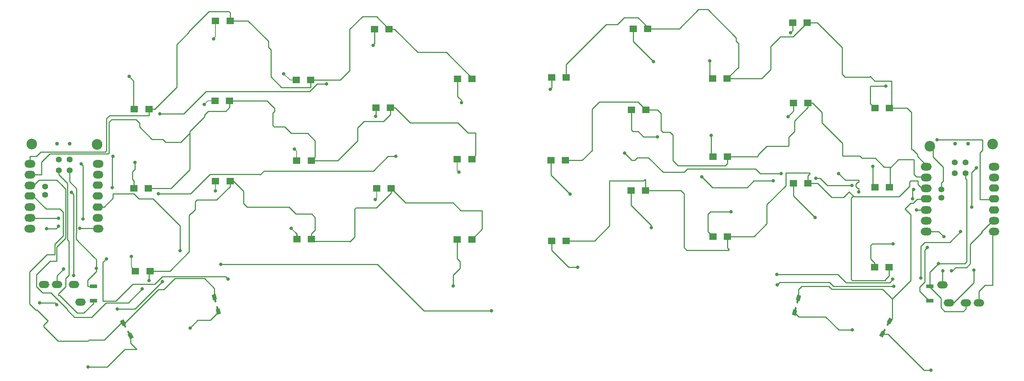
<source format=gtl>
G04 #@! TF.GenerationSoftware,KiCad,Pcbnew,(6.0.9)*
G04 #@! TF.CreationDate,2023-01-06T00:22:53-03:00*
G04 #@! TF.ProjectId,pulso - hybrid -rev2,70756c73-6f20-42d2-9068-796272696420,0.3*
G04 #@! TF.SameCoordinates,Original*
G04 #@! TF.FileFunction,Copper,L1,Top*
G04 #@! TF.FilePolarity,Positive*
%FSLAX46Y46*%
G04 Gerber Fmt 4.6, Leading zero omitted, Abs format (unit mm)*
G04 Created by KiCad (PCBNEW (6.0.9)) date 2023-01-06 00:22:53*
%MOMM*%
%LPD*%
G01*
G04 APERTURE LIST*
G04 Aperture macros list*
%AMFreePoly0*
4,1,13,0.650000,0.228200,1.094200,0.228200,1.129555,0.213555,1.144200,0.178200,1.144200,-0.177400,1.129555,-0.212755,1.094200,-0.227400,0.650000,-0.227400,0.650000,-0.475000,-0.650000,-0.475000,-0.650000,0.475000,0.650000,0.475000,0.650000,0.228200,0.650000,0.228200,$1*%
%AMFreePoly1*
4,1,13,0.650000,-0.475000,-0.650000,-0.475000,-0.650001,-0.228600,-1.094200,-0.228600,-1.129555,-0.213955,-1.144200,-0.178600,-1.144200,0.177000,-1.129555,0.212355,-1.094200,0.227000,-0.650001,0.227000,-0.650000,0.475000,0.650000,0.475000,0.650000,-0.475000,0.650000,-0.475000,$1*%
G04 Aperture macros list end*
G04 #@! TA.AperFunction,SMDPad,CuDef*
%ADD10R,1.800000X1.500000*%
G04 #@! TD*
G04 #@! TA.AperFunction,ComponentPad*
%ADD11C,2.500000*%
G04 #@! TD*
G04 #@! TA.AperFunction,ComponentPad*
%ADD12O,2.590000X1.790000*%
G04 #@! TD*
G04 #@! TA.AperFunction,ComponentPad*
%ADD13O,2.580000X1.820000*%
G04 #@! TD*
G04 #@! TA.AperFunction,ComponentPad*
%ADD14O,2.580000X1.810000*%
G04 #@! TD*
G04 #@! TA.AperFunction,ComponentPad*
%ADD15O,2.580000X1.750000*%
G04 #@! TD*
G04 #@! TA.AperFunction,ComponentPad*
%ADD16O,2.590000X1.780000*%
G04 #@! TD*
G04 #@! TA.AperFunction,ComponentPad*
%ADD17O,2.580000X1.800000*%
G04 #@! TD*
G04 #@! TA.AperFunction,ComponentPad*
%ADD18O,2.580000X1.830000*%
G04 #@! TD*
G04 #@! TA.AperFunction,ComponentPad*
%ADD19O,2.490000X1.800000*%
G04 #@! TD*
G04 #@! TA.AperFunction,ComponentPad*
%ADD20O,2.470000X1.810000*%
G04 #@! TD*
G04 #@! TA.AperFunction,ComponentPad*
%ADD21O,2.450000X1.770000*%
G04 #@! TD*
G04 #@! TA.AperFunction,ComponentPad*
%ADD22O,2.450000X1.730000*%
G04 #@! TD*
G04 #@! TA.AperFunction,ComponentPad*
%ADD23O,2.430000X1.750000*%
G04 #@! TD*
G04 #@! TA.AperFunction,ComponentPad*
%ADD24O,2.480000X1.800000*%
G04 #@! TD*
G04 #@! TA.AperFunction,ComponentPad*
%ADD25O,2.490000X1.850000*%
G04 #@! TD*
G04 #@! TA.AperFunction,ComponentPad*
%ADD26C,1.397000*%
G04 #@! TD*
G04 #@! TA.AperFunction,SMDPad,CuDef*
%ADD27R,1.700000X0.900000*%
G04 #@! TD*
G04 #@! TA.AperFunction,ComponentPad*
%ADD28O,2.500000X1.700000*%
G04 #@! TD*
G04 #@! TA.AperFunction,ComponentPad*
%ADD29C,0.457200*%
G04 #@! TD*
G04 #@! TA.AperFunction,SMDPad,CuDef*
%ADD30FreePoly0,240.000000*%
G04 #@! TD*
G04 #@! TA.AperFunction,SMDPad,CuDef*
%ADD31FreePoly1,240.000000*%
G04 #@! TD*
G04 #@! TA.AperFunction,SMDPad,CuDef*
%ADD32FreePoly0,285.000000*%
G04 #@! TD*
G04 #@! TA.AperFunction,SMDPad,CuDef*
%ADD33FreePoly1,285.000000*%
G04 #@! TD*
G04 #@! TA.AperFunction,SMDPad,CuDef*
%ADD34FreePoly0,255.000000*%
G04 #@! TD*
G04 #@! TA.AperFunction,SMDPad,CuDef*
%ADD35FreePoly1,255.000000*%
G04 #@! TD*
G04 #@! TA.AperFunction,SMDPad,CuDef*
%ADD36FreePoly0,300.000000*%
G04 #@! TD*
G04 #@! TA.AperFunction,SMDPad,CuDef*
%ADD37FreePoly1,300.000000*%
G04 #@! TD*
G04 #@! TA.AperFunction,WasherPad*
%ADD38C,0.900000*%
G04 #@! TD*
G04 #@! TA.AperFunction,ViaPad*
%ADD39C,0.800000*%
G04 #@! TD*
G04 #@! TA.AperFunction,Conductor*
%ADD40C,0.250000*%
G04 #@! TD*
G04 #@! TA.AperFunction,Conductor*
%ADD41C,0.200000*%
G04 #@! TD*
G04 APERTURE END LIST*
D10*
X65575000Y-89725000D03*
X62175000Y-89725000D03*
X220350000Y-69675000D03*
X216950000Y-69675000D03*
D11*
X53500000Y-79400000D03*
D10*
X103825000Y-101675000D03*
X100425000Y-101675000D03*
D12*
X248060000Y-84625000D03*
D13*
X248065000Y-87180000D03*
D14*
X248065000Y-89715000D03*
D15*
X248065000Y-92225000D03*
D16*
X248060000Y-94780000D03*
D17*
X248065000Y-97330000D03*
D18*
X248065000Y-99885000D03*
D19*
X264040000Y-99870000D03*
D20*
X264030000Y-97335000D03*
D21*
X264020000Y-94775000D03*
D22*
X264020000Y-92215000D03*
D23*
X264010000Y-89685000D03*
D24*
X264035000Y-87170000D03*
D25*
X264040000Y-84655000D03*
D26*
X254805000Y-83678000D03*
X257345000Y-83678000D03*
X254805000Y-86218000D03*
X257345000Y-86218000D03*
X251630000Y-91933000D03*
X251630000Y-90028000D03*
D10*
X122375000Y-70775000D03*
X118975000Y-70775000D03*
X65675000Y-71100000D03*
X62275000Y-71100000D03*
X239425000Y-70850000D03*
X236025000Y-70850000D03*
X103775000Y-83225000D03*
X100375000Y-83225000D03*
D27*
X52631000Y-112783000D03*
X52631000Y-116183000D03*
D10*
X182325000Y-71275000D03*
X178925000Y-71275000D03*
X201425000Y-82325000D03*
X198025000Y-82325000D03*
D28*
X49600000Y-116525000D03*
X41100000Y-112325000D03*
X44100000Y-112325000D03*
X48100000Y-112325000D03*
D10*
X220325000Y-88550000D03*
X216925000Y-88550000D03*
D29*
X239011972Y-121866108D03*
D30*
X239562172Y-120913134D03*
D31*
X237787172Y-123987524D03*
D29*
X238337026Y-123034350D03*
D10*
X65925000Y-109200000D03*
X62525000Y-109200000D03*
D28*
X251925000Y-112450000D03*
X260425000Y-116650000D03*
X257425000Y-116650000D03*
X253425000Y-116650000D03*
D32*
X81040596Y-115285482D03*
D29*
X81325401Y-116348386D03*
D33*
X81959404Y-118714518D03*
D29*
X81674213Y-117651717D03*
D10*
X141450000Y-82850000D03*
X138050000Y-82850000D03*
D11*
X38225000Y-79350000D03*
D10*
X122525000Y-89725000D03*
X119125000Y-89725000D03*
X141525000Y-63975000D03*
X138125000Y-63975000D03*
X182250000Y-90275000D03*
X178850000Y-90275000D03*
D27*
X248916000Y-112783000D03*
X248916000Y-116183000D03*
D29*
X217818697Y-116554289D03*
D34*
X218103502Y-115491385D03*
D35*
X217184694Y-118920421D03*
D29*
X217469112Y-117857413D03*
D10*
X201375000Y-63900000D03*
X197975000Y-63900000D03*
X201450000Y-101100000D03*
X198050000Y-101100000D03*
X141450000Y-101775000D03*
X138050000Y-101775000D03*
X163600000Y-63675000D03*
X160200000Y-63675000D03*
D29*
X60162700Y-122290779D03*
D36*
X59612500Y-121337805D03*
D37*
X61387500Y-124412195D03*
D29*
X60836954Y-123459421D03*
D11*
X263700000Y-79325000D03*
D10*
X182725000Y-52225000D03*
X179325000Y-52225000D03*
X239425000Y-89450000D03*
X236025000Y-89450000D03*
X239400000Y-108300000D03*
X236000000Y-108300000D03*
D11*
X248925000Y-79800000D03*
D10*
X163400000Y-83175000D03*
X160000000Y-83175000D03*
X103625000Y-64250000D03*
X100225000Y-64250000D03*
X84725000Y-88025000D03*
X81325000Y-88025000D03*
X220175000Y-50775000D03*
X216775000Y-50775000D03*
X84725000Y-50325000D03*
X81325000Y-50325000D03*
X122025000Y-52275000D03*
X118625000Y-52275000D03*
D12*
X37760000Y-83949907D03*
D13*
X37765000Y-86504907D03*
D14*
X37765000Y-89039907D03*
D15*
X37765000Y-91549907D03*
D16*
X37760000Y-94104907D03*
D17*
X37765000Y-96654907D03*
D18*
X37765000Y-99209907D03*
D19*
X53740000Y-99194907D03*
D20*
X53730000Y-96659907D03*
D21*
X53720000Y-94099907D03*
D22*
X53720000Y-91539907D03*
D23*
X53710000Y-89009907D03*
D24*
X53735000Y-86494907D03*
D25*
X53740000Y-83979907D03*
D26*
X44505000Y-83002907D03*
X47045000Y-83002907D03*
X44505000Y-85542907D03*
X47045000Y-85542907D03*
X41330000Y-91257907D03*
X41330000Y-89352907D03*
D10*
X163600000Y-102075000D03*
X160200000Y-102075000D03*
X84625000Y-69200000D03*
X81225000Y-69200000D03*
D38*
X254875000Y-79280000D03*
X257875000Y-79230000D03*
X44100000Y-79275000D03*
X47100000Y-79225000D03*
D39*
X159900000Y-66450000D03*
X184050000Y-59950000D03*
X197300000Y-59775000D03*
X216250000Y-53125000D03*
X238575000Y-65675000D03*
X164487500Y-91112500D03*
X185037500Y-77587500D03*
X197625000Y-77275000D03*
X215625000Y-72875000D03*
X235575000Y-84550000D03*
X166275000Y-108300000D03*
X183575000Y-98975000D03*
X202320000Y-95220000D03*
X221975000Y-96575000D03*
X240300000Y-102775000D03*
X230700000Y-123050000D03*
X249149324Y-132499324D03*
X139000000Y-69600000D03*
X118250000Y-56100000D03*
X97325000Y-62800000D03*
X80875000Y-54575000D03*
X61025000Y-63425000D03*
X138400000Y-85900000D03*
X118850000Y-72800000D03*
X99850000Y-80475000D03*
X78650000Y-70025000D03*
X62400000Y-83675000D03*
X65675000Y-111375000D03*
X64125000Y-113400000D03*
X137125000Y-112650000D03*
X118825000Y-92325000D03*
X99100000Y-99150000D03*
X81250000Y-90300000D03*
X61525000Y-105700000D03*
X75350000Y-122575000D03*
X51425000Y-131700000D03*
X259850000Y-84900000D03*
X213125000Y-112425000D03*
X240425000Y-112800000D03*
X258750000Y-94175000D03*
X246800000Y-110825000D03*
X256125000Y-99925000D03*
X55700000Y-106325000D03*
X49825000Y-84000000D03*
X50200000Y-96900000D03*
X84225000Y-111050000D03*
X248325000Y-103600000D03*
X240225000Y-111050000D03*
X250925000Y-107450000D03*
X213000000Y-109975000D03*
X245125000Y-89975000D03*
X245800000Y-94825000D03*
X244842563Y-92151904D03*
X214075000Y-86250000D03*
X232250000Y-90625000D03*
X227550000Y-86225000D03*
X177300000Y-81425000D03*
X212225000Y-88000000D03*
X222150000Y-87349500D03*
X230600000Y-89025000D03*
X195450000Y-87050000D03*
X250650000Y-78300000D03*
X254025000Y-109150000D03*
X146075000Y-118525000D03*
X58250000Y-118100000D03*
X82550000Y-107600000D03*
X68825000Y-111650000D03*
X67925000Y-91000000D03*
X123615000Y-82240000D03*
X44500000Y-96750000D03*
X57100000Y-89550000D03*
X57225000Y-82200000D03*
X68275000Y-72250000D03*
X107405000Y-65180000D03*
X73000000Y-104400000D03*
X259250000Y-108950000D03*
X252000000Y-109100000D03*
X252225000Y-101100000D03*
X44500000Y-98650000D03*
X49475000Y-99125000D03*
X41700000Y-99225000D03*
X44075000Y-117075000D03*
X40075000Y-116700000D03*
X47525000Y-90700000D03*
X48025000Y-110250000D03*
X53325000Y-108525000D03*
X45650000Y-108725000D03*
D40*
X239425000Y-70850000D02*
X243600000Y-70850000D01*
X163600000Y-60575000D02*
X172950000Y-51225000D01*
X204025000Y-61250000D02*
X201375000Y-63900000D01*
X182725000Y-52225000D02*
X190150000Y-52225000D01*
X182725000Y-51825000D02*
X182725000Y-52225000D01*
X213850000Y-54125000D02*
X216825000Y-54125000D01*
X234925000Y-63425000D02*
X236000000Y-64500000D01*
X220175000Y-50775000D02*
X222500000Y-50775000D01*
X209500000Y-63900000D02*
X211600000Y-61800000D01*
X204025000Y-55678686D02*
X204025000Y-61250000D01*
X244625000Y-80600000D02*
X244850000Y-80600000D01*
X201375000Y-63900000D02*
X209500000Y-63900000D01*
X211600000Y-61800000D02*
X211600000Y-56375000D01*
X163600000Y-63675000D02*
X163600000Y-60575000D01*
X236000000Y-64500000D02*
X239925000Y-64500000D01*
X203479099Y-55132785D02*
X204025000Y-55678686D01*
X243600000Y-70850000D02*
X244625000Y-71875000D01*
X203479099Y-54304099D02*
X203479099Y-55132785D01*
X180475000Y-49575000D02*
X182725000Y-51825000D01*
X222500000Y-50775000D02*
X228375000Y-56650000D01*
X228375000Y-56650000D02*
X228375000Y-62875000D01*
X175575000Y-51225000D02*
X177225000Y-49575000D01*
X239925000Y-64500000D02*
X239925000Y-70350000D01*
X229057999Y-63557999D02*
X234792001Y-63557999D01*
X239925000Y-70350000D02*
X239425000Y-70850000D01*
X194700000Y-47675000D02*
X196850000Y-47675000D01*
X190150000Y-52225000D02*
X194700000Y-47675000D01*
X211600000Y-56375000D02*
X213850000Y-54125000D01*
X234792001Y-63557999D02*
X234925000Y-63425000D01*
X244625000Y-71875000D02*
X244625000Y-80600000D01*
X216825000Y-54125000D02*
X220175000Y-50775000D01*
X172950000Y-51225000D02*
X175575000Y-51225000D01*
X244850000Y-80600000D02*
X246050000Y-81800000D01*
X196850000Y-47675000D02*
X203479099Y-54304099D01*
X177225000Y-49575000D02*
X180475000Y-49575000D01*
X228375000Y-62875000D02*
X229057999Y-63557999D01*
X248650000Y-84825000D02*
X248455000Y-84630000D01*
X246050000Y-82225000D02*
X248455000Y-84630000D01*
X246050000Y-81800000D02*
X246050000Y-82225000D01*
X160200000Y-66150000D02*
X160200000Y-63675000D01*
X159900000Y-66450000D02*
X160200000Y-66150000D01*
X179325000Y-55225000D02*
X184050000Y-59950000D01*
X179325000Y-52225000D02*
X179325000Y-55225000D01*
X197300000Y-63225000D02*
X197975000Y-63900000D01*
X197300000Y-59775000D02*
X197300000Y-63225000D01*
X216250000Y-53125000D02*
X216775000Y-52600000D01*
X216775000Y-52600000D02*
X216775000Y-50775000D01*
X235075000Y-65675000D02*
X238575000Y-65675000D01*
X235000000Y-65750000D02*
X235075000Y-65675000D01*
X236025000Y-70850000D02*
X235000000Y-69825000D01*
X235000000Y-69825000D02*
X235000000Y-65750000D01*
X233000000Y-82600000D02*
X232475000Y-82075000D01*
X188000000Y-76550000D02*
X186250000Y-76550000D01*
X232475000Y-82075000D02*
X228550000Y-82075000D01*
X215850000Y-79675000D02*
X215700000Y-79825000D01*
X185825000Y-72100000D02*
X185000000Y-71275000D01*
X186250000Y-76550000D02*
X185825000Y-76125000D01*
X228550000Y-82075000D02*
X228475000Y-82150000D01*
X188650000Y-83200000D02*
X188650000Y-77200000D01*
X182325000Y-71275000D02*
X180475000Y-69425000D01*
X236113241Y-82600000D02*
X233000000Y-82600000D01*
X238213241Y-84700000D02*
X236113241Y-82600000D01*
X210625000Y-79825000D02*
X208600000Y-81850000D01*
X188650000Y-77200000D02*
X188000000Y-76550000D01*
X189850000Y-84400000D02*
X188650000Y-83200000D01*
X201425000Y-83875000D02*
X200900000Y-84400000D01*
X185000000Y-71275000D02*
X182325000Y-71275000D01*
X215700000Y-79825000D02*
X210625000Y-79825000D01*
X201425000Y-82325000D02*
X201425000Y-83875000D01*
X217150000Y-73925000D02*
X217150000Y-76391241D01*
X220350000Y-69675000D02*
X220350000Y-70725000D01*
X223625000Y-74300000D02*
X223625000Y-71900000D01*
X167325000Y-83175000D02*
X163400000Y-83175000D01*
X208600000Y-81850000D02*
X208600000Y-82150000D01*
X169650000Y-80650000D02*
X169750000Y-80750000D01*
X228475000Y-82150000D02*
X228475000Y-79150000D01*
X245225000Y-86475000D02*
X245225000Y-83000000D01*
X217150000Y-76391241D02*
X215850000Y-77691241D01*
X180475000Y-69425000D02*
X171375000Y-69425000D01*
X215850000Y-77691241D02*
X215850000Y-79675000D01*
X220350000Y-70725000D02*
X217150000Y-73925000D01*
X245775000Y-87025000D02*
X245225000Y-86475000D01*
X248455000Y-87170000D02*
X248310000Y-87025000D01*
X169750000Y-80750000D02*
X167325000Y-83175000D01*
X223625000Y-71900000D02*
X221400000Y-69675000D01*
X185825000Y-76125000D02*
X185825000Y-72100000D01*
X239600000Y-84700000D02*
X238213241Y-84700000D01*
X239600000Y-85000000D02*
X239600000Y-84700000D01*
X248310000Y-87025000D02*
X245775000Y-87025000D01*
X169650000Y-71150000D02*
X169650000Y-80650000D01*
X239600000Y-89275000D02*
X239600000Y-85000000D01*
X171375000Y-69425000D02*
X169650000Y-71150000D01*
X239425000Y-89450000D02*
X239600000Y-89275000D01*
X245225000Y-83000000D02*
X241600000Y-83000000D01*
X241600000Y-83000000D02*
X239600000Y-85000000D01*
X208600000Y-82150000D02*
X208425000Y-82325000D01*
X221400000Y-69675000D02*
X220350000Y-69675000D01*
X228475000Y-79150000D02*
X223625000Y-74300000D01*
X200900000Y-84400000D02*
X189850000Y-84400000D01*
X208425000Y-82325000D02*
X201425000Y-82325000D01*
X160000000Y-86625000D02*
X164487500Y-91112500D01*
X160000000Y-83175000D02*
X160000000Y-86625000D01*
X179275000Y-76400000D02*
X180498759Y-76400000D01*
X178925000Y-71275000D02*
X178925000Y-76050000D01*
X178925000Y-76050000D02*
X179275000Y-76400000D01*
X181686259Y-77587500D02*
X185037500Y-77587500D01*
X180498759Y-76400000D02*
X181686259Y-77587500D01*
X197625000Y-81925000D02*
X197625000Y-77275000D01*
X198025000Y-82325000D02*
X197625000Y-81925000D01*
X216950000Y-71550000D02*
X215625000Y-72875000D01*
X216950000Y-69675000D02*
X216950000Y-71550000D01*
X235575000Y-89000000D02*
X235575000Y-84550000D01*
X236025000Y-89450000D02*
X235575000Y-89000000D01*
X222600000Y-88550000D02*
X225925000Y-91875000D01*
X201450000Y-103675000D02*
X201450000Y-101100000D01*
X190500000Y-90275000D02*
X191250000Y-91025000D01*
X247060000Y-89710000D02*
X246175000Y-88825000D01*
X231125000Y-91700000D02*
X229987500Y-90562500D01*
X207675000Y-101100000D02*
X210700000Y-98075000D01*
X248455000Y-89710000D02*
X247060000Y-89710000D01*
X215125000Y-89125000D02*
X215125000Y-86125000D01*
X229987500Y-90562500D02*
X230950000Y-91525000D01*
X230775000Y-111450000D02*
X238550000Y-111450000D01*
X225925000Y-91875000D02*
X228675000Y-91875000D01*
X182100000Y-87600000D02*
X182250000Y-87750000D01*
X246175000Y-87925000D02*
X244475000Y-87925000D01*
X230950000Y-91525000D02*
X230450000Y-92025000D01*
X191900000Y-104275000D02*
X201700000Y-104275000D01*
X239400000Y-110300000D02*
X239400000Y-108300000D01*
X163600000Y-102075000D02*
X170250000Y-102075000D01*
X181775000Y-87925000D02*
X182100000Y-87600000D01*
X220325000Y-88550000D02*
X222600000Y-88550000D01*
X201700000Y-104275000D02*
X201875000Y-104100000D01*
X182250000Y-87750000D02*
X182250000Y-90275000D01*
X244200000Y-89200000D02*
X241700000Y-91700000D01*
X191250000Y-103625000D02*
X191900000Y-104275000D01*
X173775000Y-87925000D02*
X181775000Y-87925000D01*
X220325000Y-86800000D02*
X220325000Y-88550000D01*
X220650000Y-86125000D02*
X220825000Y-86300000D01*
X173775000Y-98550000D02*
X173775000Y-87925000D01*
X220825000Y-86300000D02*
X220325000Y-86800000D01*
X230450000Y-111125000D02*
X230775000Y-111450000D01*
X201450000Y-101100000D02*
X207675000Y-101100000D01*
X228675000Y-91875000D02*
X229987500Y-90562500D01*
X238550000Y-111450000D02*
X238550000Y-111150000D01*
X210700000Y-98075000D02*
X210700000Y-93550000D01*
X201875000Y-104100000D02*
X201450000Y-103675000D01*
X238550000Y-111150000D02*
X239400000Y-110300000D01*
X191250000Y-91025000D02*
X191250000Y-103625000D01*
X241700000Y-91700000D02*
X231125000Y-91700000D01*
X210700000Y-93550000D02*
X215125000Y-89125000D01*
X246175000Y-88825000D02*
X246175000Y-87925000D01*
X230450000Y-92025000D02*
X230450000Y-111125000D01*
X215125000Y-86125000D02*
X220650000Y-86125000D01*
X182250000Y-90275000D02*
X190500000Y-90275000D01*
X244475000Y-87925000D02*
X244200000Y-88200000D01*
X170250000Y-102075000D02*
X173775000Y-98550000D01*
X244200000Y-88200000D02*
X244200000Y-89200000D01*
X160200000Y-104331652D02*
X160200000Y-102075000D01*
X164168348Y-108300000D02*
X160200000Y-104331652D01*
X166275000Y-108300000D02*
X164168348Y-108300000D01*
X178850000Y-93751241D02*
X183575000Y-98476241D01*
X183575000Y-98476241D02*
X183575000Y-98975000D01*
X178850000Y-90275000D02*
X178850000Y-93751241D01*
X196875000Y-95800000D02*
X197455000Y-95220000D01*
X196875000Y-99925000D02*
X196875000Y-95800000D01*
X198050000Y-101100000D02*
X196875000Y-99925000D01*
X197455000Y-95220000D02*
X202320000Y-95220000D01*
X216925000Y-91525000D02*
X221975000Y-96575000D01*
X216925000Y-88550000D02*
X216925000Y-91525000D01*
X235075000Y-106325000D02*
X235075000Y-103150000D01*
X235450000Y-102775000D02*
X240300000Y-102775000D01*
X236000000Y-107250000D02*
X235075000Y-106325000D01*
X236000000Y-108300000D02*
X236000000Y-107250000D01*
X235075000Y-103150000D02*
X235450000Y-102775000D01*
X246000000Y-92250000D02*
X245025000Y-93225000D01*
X248455000Y-92250000D02*
X246000000Y-92250000D01*
X244450000Y-93225000D02*
X245025000Y-93225000D01*
X225225000Y-112775000D02*
X225875000Y-113425000D01*
X243075000Y-94600000D02*
X244450000Y-93225000D01*
X225875000Y-113425000D02*
X237825000Y-113425000D01*
X240100000Y-120375306D02*
X239562172Y-120913134D01*
X218103502Y-115491385D02*
X218103502Y-113521498D01*
X218850000Y-112775000D02*
X225225000Y-112775000D01*
X240100000Y-115700000D02*
X240100000Y-120375306D01*
X218103502Y-113521498D02*
X218850000Y-112775000D01*
X244430001Y-95955001D02*
X243075000Y-94600000D01*
X244430001Y-111369999D02*
X244430001Y-95955001D01*
X237825000Y-113425000D02*
X240100000Y-115700000D01*
X240100000Y-115700000D02*
X244430001Y-111369999D01*
X218188373Y-119924100D02*
X224454517Y-119924100D01*
X227580417Y-123050000D02*
X230700000Y-123050000D01*
X217184694Y-118920421D02*
X218188373Y-119924100D01*
X224454517Y-119924100D02*
X227580417Y-123050000D01*
X237787172Y-123987524D02*
X239100755Y-123987524D01*
X247612555Y-132499324D02*
X249149324Y-132499324D01*
X239100755Y-123987524D02*
X247612555Y-132499324D01*
X79750000Y-48150000D02*
X75012500Y-52887500D01*
X84425000Y-48150000D02*
X79750000Y-48150000D01*
X39875000Y-81625000D02*
X40325000Y-81175000D01*
X84725000Y-50325000D02*
X88900000Y-50325000D01*
X75012500Y-53112500D02*
X72200000Y-55925000D01*
X112800000Y-62075000D02*
X112800000Y-52350000D01*
X65675000Y-72625000D02*
X65675000Y-71100000D01*
X141525000Y-63975000D02*
X141525000Y-63825000D01*
X84725000Y-48450000D02*
X84425000Y-48150000D01*
X37800000Y-83599907D02*
X38155000Y-83954907D01*
X88900000Y-50325000D02*
X93300000Y-54725000D01*
X141525000Y-63825000D02*
X135450000Y-57750000D01*
X55750000Y-80850000D02*
X55750000Y-73350000D01*
X94300000Y-63525000D02*
X96775000Y-66000000D01*
X123325000Y-52275000D02*
X122025000Y-52275000D01*
X103575000Y-66000000D02*
X103625000Y-66050000D01*
X55425000Y-81175000D02*
X55750000Y-80850000D01*
X39875000Y-81625000D02*
X39300000Y-82200000D01*
X84725000Y-50325000D02*
X84725000Y-48450000D01*
X93300000Y-54725000D02*
X93700000Y-55125000D01*
X55750000Y-73350000D02*
X56475000Y-72625000D01*
X67050000Y-71100000D02*
X65675000Y-71100000D01*
X103625000Y-66050000D02*
X103625000Y-64250000D01*
X112800000Y-52350000D02*
X115800000Y-49350000D01*
X128800000Y-57750000D02*
X123325000Y-52275000D01*
X72200000Y-55925000D02*
X72200000Y-65950000D01*
X103625000Y-64250000D02*
X110625000Y-64250000D01*
X40167453Y-81332547D02*
X39875000Y-81625000D01*
X40325000Y-81175000D02*
X53025000Y-81175000D01*
X53050000Y-81150000D02*
X53075000Y-81175000D01*
X119100000Y-49350000D02*
X122025000Y-52275000D01*
X115800000Y-49350000D02*
X119100000Y-49350000D01*
X94300000Y-57150000D02*
X94300000Y-63525000D01*
X110625000Y-64250000D02*
X112800000Y-62075000D01*
X93700000Y-56550000D02*
X94300000Y-57150000D01*
X39300000Y-82200000D02*
X37800000Y-82200000D01*
X72200000Y-65950000D02*
X67050000Y-71100000D01*
X135450000Y-57750000D02*
X128800000Y-57750000D01*
X53025000Y-81175000D02*
X53050000Y-81150000D01*
X56475000Y-72625000D02*
X65675000Y-72625000D01*
X75012500Y-52887500D02*
X75012500Y-53112500D01*
X53075000Y-81175000D02*
X55425000Y-81175000D01*
X37800000Y-82200000D02*
X37800000Y-83599907D01*
X96775000Y-66000000D02*
X103575000Y-66000000D01*
X93700000Y-55125000D02*
X93700000Y-56550000D01*
X138125000Y-68150000D02*
X138350000Y-68375000D01*
X139000000Y-69025000D02*
X139000000Y-69600000D01*
X138350000Y-68375000D02*
X139000000Y-69025000D01*
X138125000Y-63975000D02*
X138125000Y-68150000D01*
X118625000Y-52275000D02*
X118625000Y-55725000D01*
X118625000Y-55725000D02*
X118250000Y-56100000D01*
D41*
X97325000Y-62800000D02*
X98775000Y-64250000D01*
X98775000Y-64250000D02*
X100225000Y-64250000D01*
X80875000Y-54575000D02*
X81325000Y-54125000D01*
X81325000Y-54125000D02*
X81325000Y-50325000D01*
D40*
X62064999Y-70889999D02*
X62064999Y-64464999D01*
X62275000Y-71100000D02*
X62064999Y-70889999D01*
X62064999Y-64464999D02*
X61025000Y-63425000D01*
X40500000Y-83525000D02*
X40500000Y-86525000D01*
X75250000Y-76825000D02*
X75250000Y-76400000D01*
X42400000Y-81625000D02*
X41412500Y-82612500D01*
X94750000Y-74975000D02*
X95075000Y-75300000D01*
X62675000Y-73575000D02*
X63475000Y-74375000D01*
X104650000Y-78550000D02*
X104650000Y-82350000D01*
X114675000Y-75500000D02*
X116175000Y-74000000D01*
X95075000Y-75300000D02*
X97546652Y-75300000D01*
X95175000Y-70950000D02*
X95175000Y-71600000D01*
X65575000Y-89725000D02*
X70850000Y-89725000D01*
X63475000Y-74375000D02*
X63475000Y-75299652D01*
X95175000Y-71600000D02*
X94750000Y-72025000D01*
X110025000Y-83225000D02*
X114675000Y-78575000D01*
X116175000Y-74000000D02*
X120775000Y-74000000D01*
X79600000Y-71600000D02*
X83750000Y-71600000D01*
X40500000Y-86525000D02*
X38185093Y-86525000D01*
X97546652Y-75300000D02*
X99071652Y-76825000D01*
X56275000Y-81425000D02*
X56275000Y-81500000D01*
X94750000Y-72025000D02*
X94750000Y-74975000D01*
X114675000Y-78575000D02*
X114675000Y-75500000D01*
X75250000Y-76400000D02*
X78725000Y-72925000D01*
X83750000Y-71600000D02*
X84625000Y-70725000D01*
X56275000Y-81425000D02*
X56275000Y-74225000D01*
X68949826Y-78249826D02*
X69600000Y-78900000D01*
X56150000Y-81625000D02*
X42400000Y-81625000D01*
X126975000Y-74325000D02*
X138161241Y-74325000D01*
X122375000Y-72400000D02*
X122375000Y-70775000D01*
X103775000Y-83225000D02*
X110025000Y-83225000D01*
X56275000Y-74225000D02*
X56925000Y-73575000D01*
X69600000Y-78900000D02*
X73175000Y-78900000D01*
X56275000Y-80500000D02*
X56275000Y-81425000D01*
X63475000Y-75299652D02*
X66425174Y-78249826D01*
X56925000Y-73575000D02*
X62675000Y-73575000D01*
X123425000Y-70775000D02*
X126975000Y-74325000D01*
X41412500Y-82612500D02*
X40925000Y-83100000D01*
X84625000Y-69200000D02*
X93425000Y-69200000D01*
X138161241Y-74325000D02*
X140536241Y-76700000D01*
X84625000Y-70725000D02*
X84625000Y-69200000D01*
X102925000Y-76825000D02*
X104650000Y-78550000D01*
X75250000Y-85325000D02*
X75250000Y-76825000D01*
X78725000Y-72925000D02*
X78725000Y-72475000D01*
X41412500Y-82612500D02*
X40500000Y-83525000D01*
X122375000Y-70775000D02*
X123425000Y-70775000D01*
X73175000Y-78900000D02*
X75250000Y-76825000D01*
X140536241Y-76700000D02*
X142325000Y-76700000D01*
X78725000Y-72475000D02*
X79600000Y-71600000D01*
X38185093Y-86525000D02*
X38155000Y-86494907D01*
X120775000Y-74000000D02*
X122375000Y-72400000D01*
X93425000Y-69200000D02*
X95175000Y-70950000D01*
X142325000Y-76700000D02*
X142325000Y-81975000D01*
X142325000Y-81975000D02*
X141450000Y-82850000D01*
X70850000Y-89725000D02*
X75250000Y-85325000D01*
X99071652Y-76825000D02*
X102925000Y-76825000D01*
X66425174Y-78249826D02*
X68949826Y-78249826D01*
X56275000Y-81500000D02*
X56150000Y-81625000D01*
X104650000Y-82350000D02*
X103775000Y-83225000D01*
D41*
X138050000Y-85550000D02*
X138050000Y-82850000D01*
X138400000Y-85900000D02*
X138050000Y-85550000D01*
D40*
X118975000Y-72675000D02*
X118850000Y-72800000D01*
X118975000Y-70775000D02*
X118975000Y-72675000D01*
D41*
X99850000Y-80475000D02*
X100375000Y-81000000D01*
X100375000Y-81000000D02*
X100375000Y-83225000D01*
X79475000Y-69200000D02*
X81225000Y-69200000D01*
X78650000Y-70025000D02*
X79475000Y-69200000D01*
D40*
X61850000Y-85825000D02*
X62400000Y-85275000D01*
X61850000Y-87650000D02*
X61850000Y-85825000D01*
X62175000Y-89725000D02*
X62175000Y-87975000D01*
X62400000Y-85275000D02*
X62400000Y-83675000D01*
X62175000Y-87975000D02*
X61850000Y-87650000D01*
X76575000Y-92850000D02*
X76575000Y-94750000D01*
X138850000Y-94950000D02*
X137050000Y-93150000D01*
X39300000Y-112850000D02*
X39300000Y-110050000D01*
X70600000Y-109200000D02*
X65925000Y-109200000D01*
X52250000Y-120050000D02*
X48225000Y-120050000D01*
X64125000Y-113400000D02*
X60875000Y-116650000D01*
X46125000Y-101460000D02*
X46125000Y-89900000D01*
X98550000Y-94100000D02*
X88725000Y-94100000D01*
X38155000Y-89034907D02*
X38590093Y-89034907D01*
X112850000Y-102300000D02*
X112700000Y-102150000D01*
X45150000Y-88925000D02*
X45350000Y-89125000D01*
X45350000Y-89075000D02*
X45350000Y-89125000D01*
X55650000Y-116650000D02*
X52250000Y-120050000D01*
X143900000Y-94950000D02*
X138850000Y-94950000D01*
X103825000Y-100425000D02*
X104700000Y-99550000D01*
X114000000Y-101150000D02*
X112850000Y-102300000D01*
X75600000Y-95600000D02*
X75125000Y-96075000D01*
X103875000Y-95750000D02*
X100200000Y-95750000D01*
X39300000Y-110050000D02*
X42520000Y-106830000D01*
X45175000Y-88900000D02*
X45150000Y-88925000D01*
X44050000Y-87775000D02*
X45350000Y-89075000D01*
X44055000Y-106830000D02*
X44055000Y-103530000D01*
X60875000Y-116650000D02*
X55650000Y-116650000D01*
X65675000Y-111375000D02*
X65675000Y-109450000D01*
X103825000Y-101675000D02*
X103825000Y-100425000D01*
X122525000Y-89725000D02*
X122525000Y-90825000D01*
X125950000Y-93150000D02*
X122525000Y-89725000D01*
X104700000Y-99550000D02*
X104700000Y-96575000D01*
X137050000Y-93150000D02*
X125950000Y-93150000D01*
X104700000Y-96575000D02*
X103875000Y-95750000D01*
X42520000Y-106830000D02*
X44055000Y-106830000D01*
X141450000Y-101775000D02*
X143900000Y-99325000D01*
X100200000Y-95750000D02*
X98550000Y-94100000D01*
X39850000Y-87775000D02*
X44050000Y-87775000D01*
X75125000Y-104675000D02*
X70600000Y-109200000D01*
X76950000Y-92475000D02*
X76575000Y-92850000D01*
X76575000Y-94750000D02*
X75725000Y-95600000D01*
X40775000Y-114325000D02*
X39300000Y-112850000D01*
X87925000Y-90425000D02*
X85525000Y-88025000D01*
X119075000Y-94275000D02*
X114325000Y-94275000D01*
X85525000Y-88025000D02*
X84725000Y-88025000D01*
X44055000Y-103530000D02*
X46125000Y-101460000D01*
X84725000Y-89325000D02*
X81575000Y-92475000D01*
X84725000Y-88025000D02*
X84725000Y-89325000D01*
X46450000Y-118275000D02*
X46450000Y-118125000D01*
X87925000Y-93300000D02*
X87925000Y-90425000D01*
X46450000Y-118125000D02*
X42650000Y-114325000D01*
X38590093Y-89034907D02*
X39850000Y-87775000D01*
X65675000Y-109450000D02*
X65925000Y-109200000D01*
X114325000Y-94275000D02*
X114000000Y-94600000D01*
X112700000Y-102150000D02*
X103725000Y-102150000D01*
X48225000Y-120050000D02*
X46450000Y-118275000D01*
X143900000Y-99325000D02*
X143900000Y-94950000D01*
X88725000Y-94100000D02*
X87925000Y-93300000D01*
X42650000Y-114325000D02*
X40775000Y-114325000D01*
X81575000Y-92475000D02*
X76950000Y-92475000D01*
X46125000Y-89900000D02*
X45350000Y-89125000D01*
X75725000Y-95600000D02*
X75600000Y-95600000D01*
X122525000Y-90825000D02*
X119075000Y-94275000D01*
X75125000Y-96075000D02*
X75125000Y-104675000D01*
X114000000Y-94600000D02*
X114000000Y-101150000D01*
X138725000Y-106900000D02*
X138725000Y-108561241D01*
X137125000Y-110161241D02*
X137125000Y-112650000D01*
X138725000Y-108561241D02*
X137125000Y-110161241D01*
X138050000Y-101775000D02*
X138050000Y-106225000D01*
X138050000Y-106225000D02*
X138725000Y-106900000D01*
D41*
X119125000Y-92025000D02*
X119125000Y-89725000D01*
X118825000Y-92325000D02*
X119125000Y-92025000D01*
X100000000Y-100050000D02*
X100325000Y-100375000D01*
D40*
X100425000Y-100475000D02*
X100000000Y-100050000D01*
X100425000Y-101675000D02*
X100425000Y-100475000D01*
D41*
X100325000Y-100375000D02*
X100325000Y-102150000D01*
X99100000Y-99150000D02*
X100000000Y-100050000D01*
X81325000Y-90225000D02*
X81325000Y-88025000D01*
X81250000Y-90300000D02*
X81325000Y-90225000D01*
X61525000Y-108200000D02*
X62525000Y-109200000D01*
X61525000Y-105700000D02*
X61525000Y-108200000D01*
D40*
X44800000Y-94600000D02*
X41600000Y-94600000D01*
X45550000Y-95350000D02*
X44800000Y-94600000D01*
X39450000Y-118350000D02*
X39150000Y-118350000D01*
X60162195Y-121337805D02*
X67950000Y-113550000D01*
X59612500Y-121337805D02*
X60162195Y-121337805D01*
X55200000Y-125375000D02*
X51650000Y-125375000D01*
X67950000Y-113550000D02*
X69200000Y-113550000D01*
X69200000Y-113550000D02*
X71825000Y-110925000D01*
X39150000Y-118350000D02*
X37725000Y-116925000D01*
X41720000Y-105355000D02*
X43605000Y-105355000D01*
X37725000Y-116925000D02*
X37725000Y-109350000D01*
X43605000Y-105355000D02*
X43605000Y-102845000D01*
X78725000Y-110925000D02*
X81040596Y-113240596D01*
X40975000Y-121875000D02*
X41975000Y-120875000D01*
X41975000Y-120875000D02*
X39450000Y-118350000D01*
X81040596Y-113240596D02*
X81040596Y-115285482D01*
X59612500Y-121337805D02*
X59237195Y-121337805D01*
X43605000Y-102845000D02*
X45550000Y-100900000D01*
X51350000Y-125675000D02*
X44375000Y-125675000D01*
X40975000Y-122275000D02*
X40975000Y-121875000D01*
X37725000Y-109350000D02*
X41720000Y-105355000D01*
X41600000Y-94600000D02*
X38574907Y-91574907D01*
X38574907Y-91574907D02*
X38155000Y-91574907D01*
X45550000Y-100900000D02*
X45550000Y-95350000D01*
X71825000Y-110925000D02*
X78725000Y-110925000D01*
X59237195Y-121337805D02*
X55200000Y-125375000D01*
X51650000Y-125375000D02*
X51350000Y-125675000D01*
X44375000Y-125675000D02*
X40975000Y-122275000D01*
X77175000Y-120750000D02*
X75350000Y-122575000D01*
X81959404Y-118714518D02*
X81959404Y-118890596D01*
X80100000Y-120750000D02*
X77175000Y-120750000D01*
X81959404Y-118890596D02*
X80100000Y-120750000D01*
X62825000Y-127550000D02*
X60056898Y-127550000D01*
X55906898Y-131700000D02*
X51425000Y-131700000D01*
X61387500Y-126112500D02*
X62825000Y-127550000D01*
X60056898Y-127550000D02*
X55906898Y-131700000D01*
X61387500Y-124412195D02*
X61387500Y-126112500D01*
X252175000Y-102400000D02*
X247750000Y-102400000D01*
X246800000Y-103350000D02*
X246800000Y-110825000D01*
X252175000Y-102400000D02*
X253650000Y-102400000D01*
X252739500Y-102400000D02*
X253650000Y-102400000D01*
X240425000Y-112800000D02*
X226325000Y-112800000D01*
X226325000Y-112800000D02*
X225375000Y-111850000D01*
X213700000Y-111850000D02*
X213125000Y-112425000D01*
X258750000Y-86000000D02*
X259850000Y-84900000D01*
X258750000Y-94175000D02*
X258750000Y-86000000D01*
X253650000Y-102400000D02*
X256125000Y-99925000D01*
X252739500Y-102400000D02*
X252175000Y-102400000D01*
X247750000Y-102400000D02*
X246800000Y-103350000D01*
X225375000Y-111850000D02*
X213700000Y-111850000D01*
X50200000Y-96900000D02*
X50200000Y-84375000D01*
X67050000Y-112225000D02*
X61900000Y-112225000D01*
X54900000Y-116200000D02*
X54900000Y-107125000D01*
X84225000Y-111050000D02*
X83625000Y-110450000D01*
X54900000Y-107125000D02*
X55700000Y-106325000D01*
X57925000Y-116200000D02*
X54900000Y-116200000D01*
X83625000Y-110450000D02*
X68825000Y-110450000D01*
X68825000Y-110450000D02*
X67050000Y-112225000D01*
X61900000Y-112225000D02*
X57925000Y-116200000D01*
X50200000Y-84375000D02*
X49825000Y-84000000D01*
X247741000Y-115160000D02*
X247710000Y-115160000D01*
X246525000Y-113975000D02*
X246525000Y-112925000D01*
X247741000Y-104184000D02*
X248325000Y-103600000D01*
X247741000Y-111709000D02*
X247741000Y-104184000D01*
X248916000Y-116335000D02*
X247741000Y-115160000D01*
X246525000Y-112925000D02*
X247741000Y-111709000D01*
X247710000Y-115160000D02*
X246525000Y-113975000D01*
X213000000Y-109975000D02*
X227375000Y-109975000D01*
X251525001Y-115525001D02*
X251525001Y-117799999D01*
X251525001Y-117799999D02*
X252425002Y-118700000D01*
X248916000Y-109459000D02*
X250925000Y-107450000D01*
X252025000Y-84700000D02*
X249725000Y-82400000D01*
X257595000Y-87670000D02*
X257345000Y-87420000D01*
X257345000Y-87420000D02*
X257345000Y-86218000D01*
X248916000Y-112783000D02*
X248916000Y-109459000D01*
X229300000Y-111900000D02*
X239525000Y-111900000D01*
X240225000Y-111200000D02*
X240225000Y-111050000D01*
X249725000Y-82400000D02*
X249725000Y-80600000D01*
X251625000Y-88425000D02*
X252025000Y-88025000D01*
X239525000Y-111900000D02*
X239700000Y-111725000D01*
X251400000Y-107450000D02*
X257125000Y-107450000D01*
X248916000Y-112783000D02*
X248916000Y-112916000D01*
X256775000Y-118700000D02*
X257425000Y-118050000D01*
X228450000Y-111050000D02*
X229300000Y-111900000D01*
X251630000Y-88430000D02*
X251625000Y-88425000D01*
X239700000Y-111725000D02*
X240225000Y-111200000D01*
X251630000Y-90028000D02*
X251630000Y-88430000D01*
X252425002Y-118700000D02*
X256775000Y-118700000D01*
X249725000Y-80600000D02*
X248925000Y-79800000D01*
X257595000Y-106980000D02*
X257595000Y-87670000D01*
X227375000Y-109975000D02*
X228450000Y-111050000D01*
X249725000Y-80150000D02*
X248975000Y-79400000D01*
X250925000Y-107450000D02*
X251400000Y-107450000D01*
X252025000Y-88025000D02*
X252025000Y-84700000D01*
X248916000Y-112916000D02*
X251525001Y-115525001D01*
X257125000Y-107450000D02*
X257595000Y-106980000D01*
X257425000Y-118050000D02*
X257425000Y-116650000D01*
X44450000Y-114925000D02*
X44450000Y-114525000D01*
X52631000Y-116339044D02*
X52631000Y-116819000D01*
X48850000Y-119050000D02*
X44725000Y-114925000D01*
X46125000Y-110925000D02*
X46900000Y-110150000D01*
X44725000Y-114925000D02*
X44450000Y-114925000D01*
X46575000Y-101875000D02*
X46575000Y-88575000D01*
X46575000Y-88575000D02*
X44505000Y-86505000D01*
X50400000Y-119050000D02*
X48850000Y-119050000D01*
X52631000Y-116819000D02*
X50400000Y-119050000D01*
X46900000Y-102200000D02*
X46575000Y-101875000D01*
X44450000Y-114525000D02*
X46125000Y-112850000D01*
X46125000Y-112850000D02*
X46125000Y-110925000D01*
X44505000Y-86505000D02*
X44505000Y-85542907D01*
X46900000Y-110150000D02*
X46900000Y-102200000D01*
X244842563Y-92151904D02*
X244842563Y-90257437D01*
X245800000Y-94825000D02*
X248420000Y-94825000D01*
X248420000Y-94825000D02*
X248455000Y-94790000D01*
X244842563Y-90257437D02*
X245125000Y-89975000D01*
X245650000Y-94825000D02*
X245800000Y-94825000D01*
X179000000Y-83125000D02*
X177300000Y-81425000D01*
X231575000Y-88699695D02*
X231575000Y-89300305D01*
X182925000Y-82500000D02*
X180300000Y-82500000D01*
X180300000Y-82500000D02*
X179675000Y-83125000D01*
X232250000Y-89725000D02*
X232250000Y-90625000D01*
X209125000Y-86250000D02*
X208075000Y-85200000D01*
X232250000Y-88275000D02*
X231999695Y-88275000D01*
X231575000Y-89300305D02*
X231999695Y-89725000D01*
X231999695Y-88275000D02*
X231575000Y-88699695D01*
X214075000Y-86250000D02*
X209125000Y-86250000D01*
X232250000Y-87825500D02*
X232250000Y-88275000D01*
X186350000Y-85925000D02*
X182925000Y-82500000D01*
X191275000Y-85925000D02*
X186350000Y-85925000D01*
X231999695Y-89725000D02*
X232250000Y-89725000D01*
X229150500Y-87825500D02*
X232250000Y-87825500D01*
X208075000Y-85200000D02*
X192000000Y-85200000D01*
X192000000Y-85200000D02*
X191275000Y-85925000D01*
X179675000Y-83125000D02*
X179000000Y-83125000D01*
X227550000Y-86225000D02*
X229150500Y-87825500D01*
X261200000Y-78300000D02*
X261225000Y-78275000D01*
X199175000Y-89550000D02*
X197950000Y-89550000D01*
X230600000Y-89025000D02*
X224875000Y-89025000D01*
X261250000Y-78300000D02*
X261250000Y-80800000D01*
X223199500Y-87349500D02*
X222150000Y-87349500D01*
X212225000Y-88000000D02*
X207596314Y-88000000D01*
X261225000Y-78275000D02*
X261250000Y-78300000D01*
X207596314Y-88000000D02*
X206046314Y-89550000D01*
X260700000Y-81350000D02*
X260700000Y-92400000D01*
X261250000Y-80800000D02*
X260700000Y-81350000D01*
X206046314Y-89550000D02*
X199175000Y-89550000D01*
X260700000Y-92400000D02*
X263545000Y-92400000D01*
X250650000Y-78300000D02*
X261200000Y-78300000D01*
X263545000Y-92400000D02*
X263695000Y-92250000D01*
X224875000Y-89025000D02*
X223525000Y-87675000D01*
X223525000Y-87675000D02*
X223199500Y-87349500D01*
X197950000Y-89550000D02*
X195450000Y-87050000D01*
X255000000Y-108325000D02*
X254175000Y-109150000D01*
X258425000Y-107450000D02*
X257550000Y-108325000D01*
X261175000Y-99850000D02*
X261075000Y-99950000D01*
X258425000Y-102850000D02*
X258425000Y-107450000D01*
X261175000Y-99850000D02*
X261175000Y-100100000D01*
X257550000Y-108325000D02*
X255000000Y-108325000D01*
X261175000Y-100100000D02*
X258425000Y-102850000D01*
X254175000Y-109150000D02*
X254025000Y-109150000D01*
X263695000Y-97330000D02*
X261175000Y-99850000D01*
X62375000Y-118100000D02*
X68825000Y-111650000D01*
X129325000Y-117600000D02*
X130250000Y-118525000D01*
X82550000Y-107600000D02*
X119325000Y-107600000D01*
X58250000Y-118100000D02*
X62375000Y-118100000D01*
X119325000Y-107600000D02*
X129325000Y-117600000D01*
X130250000Y-118525000D02*
X146075000Y-118525000D01*
X91800000Y-86550000D02*
X92680001Y-85669999D01*
X91700000Y-86450000D02*
X91800000Y-86550000D01*
X118348349Y-85669999D02*
X121778348Y-82240000D01*
X92680001Y-85669999D02*
X118348349Y-85669999D01*
X121778348Y-82240000D02*
X123615000Y-82240000D01*
X38250093Y-96750000D02*
X38155000Y-96654907D01*
X75475000Y-91000000D02*
X80025000Y-86450000D01*
X67925000Y-91000000D02*
X75475000Y-91000000D01*
X44500000Y-96750000D02*
X38250093Y-96750000D01*
X80025000Y-86450000D02*
X91700000Y-86450000D01*
X79125000Y-67000000D02*
X103353348Y-67000000D01*
X57064999Y-82360001D02*
X57225000Y-82200000D01*
X73875000Y-72250000D02*
X79125000Y-67000000D01*
X103353348Y-67000000D02*
X105173348Y-65180000D01*
X105173348Y-65180000D02*
X107405000Y-65180000D01*
X57064999Y-89514999D02*
X57064999Y-82360001D01*
X68275000Y-72250000D02*
X73875000Y-72250000D01*
X57100000Y-89550000D02*
X57064999Y-89514999D01*
X57285093Y-92014907D02*
X57285093Y-91039907D01*
X63300000Y-92200000D02*
X66678652Y-92200000D01*
X57285093Y-91039907D02*
X62139907Y-91039907D01*
X62139907Y-91039907D02*
X63300000Y-92200000D01*
X73000000Y-98521348D02*
X73000000Y-104400000D01*
X53395000Y-94114907D02*
X55185093Y-94114907D01*
X55185093Y-94114907D02*
X57285093Y-92014907D01*
X66678652Y-92200000D02*
X73000000Y-98521348D01*
X254503860Y-116650000D02*
X259250000Y-111903860D01*
X253425000Y-116650000D02*
X254503860Y-116650000D01*
X259250000Y-111903860D02*
X259250000Y-108950000D01*
X263700000Y-112500000D02*
X263700000Y-99875000D01*
X260425000Y-113950000D02*
X261875000Y-112500000D01*
X263700000Y-99875000D02*
X263695000Y-99870000D01*
X261875000Y-112500000D02*
X263700000Y-112500000D01*
X260425000Y-116650000D02*
X260425000Y-113950000D01*
X251925000Y-112450000D02*
X251925000Y-109175000D01*
X252225000Y-101100000D02*
X250995000Y-99870000D01*
X250995000Y-99870000D02*
X248455000Y-99870000D01*
X251925000Y-109175000D02*
X252000000Y-109100000D01*
X43925000Y-99225000D02*
X44500000Y-98650000D01*
X49475000Y-99125000D02*
X53325093Y-99125000D01*
X53325093Y-99125000D02*
X53395000Y-99194907D01*
X41700000Y-99225000D02*
X43925000Y-99225000D01*
X40075000Y-116700000D02*
X43700000Y-116700000D01*
X43700000Y-116700000D02*
X44075000Y-117075000D01*
X48025000Y-91200000D02*
X47525000Y-90700000D01*
X48025000Y-110250000D02*
X48025000Y-91200000D01*
X48687500Y-100087500D02*
X48575000Y-100200000D01*
X44100000Y-112325000D02*
X44100000Y-110275000D01*
X51300000Y-112783000D02*
X51300000Y-111300000D01*
X51300000Y-111300000D02*
X53325000Y-109275000D01*
X52750000Y-105875000D02*
X53325000Y-106450000D01*
X48575000Y-101700000D02*
X52750000Y-105875000D01*
X44100000Y-110275000D02*
X45650000Y-108725000D01*
X52631000Y-112783000D02*
X51300000Y-112783000D01*
X53325000Y-108525000D02*
X53325000Y-108725000D01*
X48575000Y-100200000D02*
X48575000Y-101700000D01*
X47045000Y-88145000D02*
X47045000Y-85542907D01*
X48687500Y-89787500D02*
X48687500Y-100087500D01*
X53325000Y-106450000D02*
X53325000Y-106850000D01*
X53325000Y-109275000D02*
X53325000Y-108725000D01*
X48687500Y-89787500D02*
X47045000Y-88145000D01*
X53325000Y-108725000D02*
X53325000Y-106850000D01*
X53325000Y-106450000D02*
X53325000Y-108525000D01*
M02*

</source>
